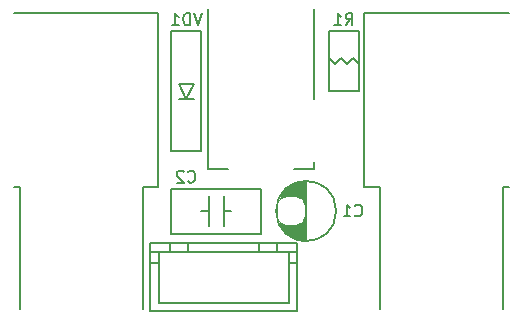
<source format=gbr>
G04 #@! TF.GenerationSoftware,KiCad,Pcbnew,5.1.6-c6e7f7d~87~ubuntu19.10.1*
G04 #@! TF.CreationDate,2022-01-09T06:03:03+06:00*
G04 #@! TF.ProjectId,1590N1_connector_board_r1,31353930-4e31-45f6-936f-6e6e6563746f,1A*
G04 #@! TF.SameCoordinates,Original*
G04 #@! TF.FileFunction,Legend,Bot*
G04 #@! TF.FilePolarity,Positive*
%FSLAX46Y46*%
G04 Gerber Fmt 4.6, Leading zero omitted, Abs format (unit mm)*
G04 Created by KiCad (PCBNEW 5.1.6-c6e7f7d~87~ubuntu19.10.1) date 2022-01-09 06:03:03*
%MOMM*%
%LPD*%
G01*
G04 APERTURE LIST*
%ADD10C,0.200000*%
%ADD11O,5.400000X3.400000*%
%ADD12O,3.400000X5.400000*%
%ADD13O,5.900000X3.400000*%
%ADD14R,2.300000X2.300000*%
%ADD15C,2.300000*%
%ADD16O,2.900000X4.400000*%
%ADD17O,3.100000X4.400000*%
%ADD18R,2.200000X2.000000*%
G04 APERTURE END LIST*
D10*
X109910000Y-149455000D02*
X109910000Y-135890000D01*
X100910000Y-149455000D02*
X100910000Y-135890000D01*
X100910000Y-149455000D02*
X109910000Y-149455000D01*
X98425000Y-143510000D02*
X99695000Y-143510000D01*
X99695000Y-142240000D02*
X99060000Y-143510000D01*
X98425000Y-142240000D02*
X99060000Y-143510000D01*
X98425000Y-142240000D02*
X99695000Y-142240000D01*
X97790000Y-147955000D02*
X100330000Y-147955000D01*
X97790000Y-137795000D02*
X100330000Y-137795000D01*
X100330000Y-137795000D02*
X100330000Y-147955000D01*
X97790000Y-137795000D02*
X97790000Y-147955000D01*
X106735000Y-155765000D02*
X106735000Y-156465000D01*
X97735000Y-155765000D02*
X97735000Y-156465000D01*
X108435000Y-156465000D02*
X96035000Y-156465000D01*
X96035000Y-155765000D02*
X96035000Y-161515000D01*
X107735000Y-156465000D02*
X107735000Y-160815000D01*
X108435000Y-155765000D02*
X108435000Y-161515000D01*
X96735000Y-157465000D02*
X96035000Y-157465000D01*
X96735000Y-156465000D02*
X96735000Y-160815000D01*
X107735000Y-160815000D02*
X96735000Y-160815000D01*
X105235000Y-155765000D02*
X105235000Y-156465000D01*
X108435000Y-157465000D02*
X107735000Y-157465000D01*
X99235000Y-155765000D02*
X99235000Y-156465000D01*
X108435000Y-161515000D02*
X96035000Y-161515000D01*
X108435000Y-155765000D02*
X96035000Y-155765000D01*
X95370000Y-161290000D02*
X95370000Y-151005000D01*
X84970000Y-161290000D02*
X84970000Y-151005000D01*
X84455000Y-136255000D02*
X96670000Y-136255000D01*
X84455000Y-151005000D02*
X84970000Y-151005000D01*
X95370000Y-151005000D02*
X96670000Y-151005000D01*
X96670000Y-151005000D02*
X96670000Y-136255000D01*
X125850000Y-161290000D02*
X125850000Y-151005000D01*
X115450000Y-161290000D02*
X115450000Y-151005000D01*
X114150000Y-136255000D02*
X126365000Y-136255000D01*
X114150000Y-151005000D02*
X115450000Y-151005000D01*
X125850000Y-151005000D02*
X126365000Y-151005000D01*
X114150000Y-151005000D02*
X114150000Y-136255000D01*
X112649000Y-140589000D02*
X113157000Y-140081000D01*
X113157000Y-140081000D02*
X113665000Y-140589000D01*
X112649000Y-140589000D02*
X112141000Y-140081000D01*
X112141000Y-140081000D02*
X111633000Y-140589000D01*
X111633000Y-140589000D02*
X111125000Y-140081000D01*
X111125000Y-142875000D02*
X111125000Y-137795000D01*
X113665000Y-142875000D02*
X113665000Y-137795000D01*
X113665000Y-137795000D02*
X111125000Y-137795000D01*
X113665000Y-142875000D02*
X111125000Y-142875000D01*
X97790000Y-154940000D02*
X105410000Y-154940000D01*
X97790000Y-151130000D02*
X105410000Y-151130000D01*
X97790000Y-154940000D02*
X97790000Y-151130000D01*
X105410000Y-154940000D02*
X105410000Y-151130000D01*
X100330000Y-153035000D02*
X100965000Y-153035000D01*
X102235000Y-153035000D02*
X102870000Y-153035000D01*
X100965000Y-154305000D02*
X100965000Y-151765000D01*
X102235000Y-154305000D02*
X102235000Y-151765000D01*
G36*
X109220000Y-150495000D02*
G01*
X108458000Y-150622000D01*
X107315000Y-151384000D01*
X106680000Y-153035000D01*
X107315000Y-154686000D01*
X108458000Y-155448000D01*
X109220000Y-155575000D01*
X109220000Y-150495000D01*
G37*
X109220000Y-150495000D02*
X108458000Y-150622000D01*
X107315000Y-151384000D01*
X106680000Y-153035000D01*
X107315000Y-154686000D01*
X108458000Y-155448000D01*
X109220000Y-155575000D01*
X109220000Y-150495000D01*
X111760000Y-153035000D02*
G75*
G03*
X111760000Y-153035000I-2540000J0D01*
G01*
X100369523Y-136294880D02*
X100036190Y-137294880D01*
X99702857Y-136294880D01*
X99369523Y-137294880D02*
X99369523Y-136294880D01*
X99131428Y-136294880D01*
X98988571Y-136342500D01*
X98893333Y-136437738D01*
X98845714Y-136532976D01*
X98798095Y-136723452D01*
X98798095Y-136866309D01*
X98845714Y-137056785D01*
X98893333Y-137152023D01*
X98988571Y-137247261D01*
X99131428Y-137294880D01*
X99369523Y-137294880D01*
X97845714Y-137294880D02*
X98417142Y-137294880D01*
X98131428Y-137294880D02*
X98131428Y-136294880D01*
X98226666Y-136437738D01*
X98321904Y-136532976D01*
X98417142Y-136580595D01*
X112561666Y-137294880D02*
X112895000Y-136818690D01*
X113133095Y-137294880D02*
X113133095Y-136294880D01*
X112752142Y-136294880D01*
X112656904Y-136342500D01*
X112609285Y-136390119D01*
X112561666Y-136485357D01*
X112561666Y-136628214D01*
X112609285Y-136723452D01*
X112656904Y-136771071D01*
X112752142Y-136818690D01*
X113133095Y-136818690D01*
X111609285Y-137294880D02*
X112180714Y-137294880D01*
X111895000Y-137294880D02*
X111895000Y-136294880D01*
X111990238Y-136437738D01*
X112085476Y-136532976D01*
X112180714Y-136580595D01*
X99226666Y-150534642D02*
X99274285Y-150582261D01*
X99417142Y-150629880D01*
X99512380Y-150629880D01*
X99655238Y-150582261D01*
X99750476Y-150487023D01*
X99798095Y-150391785D01*
X99845714Y-150201309D01*
X99845714Y-150058452D01*
X99798095Y-149867976D01*
X99750476Y-149772738D01*
X99655238Y-149677500D01*
X99512380Y-149629880D01*
X99417142Y-149629880D01*
X99274285Y-149677500D01*
X99226666Y-149725119D01*
X98845714Y-149725119D02*
X98798095Y-149677500D01*
X98702857Y-149629880D01*
X98464761Y-149629880D01*
X98369523Y-149677500D01*
X98321904Y-149725119D01*
X98274285Y-149820357D01*
X98274285Y-149915595D01*
X98321904Y-150058452D01*
X98893333Y-150629880D01*
X98274285Y-150629880D01*
X113350357Y-153392142D02*
X113397976Y-153439761D01*
X113540833Y-153487380D01*
X113636071Y-153487380D01*
X113778928Y-153439761D01*
X113874166Y-153344523D01*
X113921785Y-153249285D01*
X113969404Y-153058809D01*
X113969404Y-152915952D01*
X113921785Y-152725476D01*
X113874166Y-152630238D01*
X113778928Y-152535000D01*
X113636071Y-152487380D01*
X113540833Y-152487380D01*
X113397976Y-152535000D01*
X113350357Y-152582619D01*
X112397976Y-153487380D02*
X112969404Y-153487380D01*
X112683690Y-153487380D02*
X112683690Y-152487380D01*
X112778928Y-152630238D01*
X112874166Y-152725476D01*
X112969404Y-152773095D01*
%LPC*%
D11*
X105410000Y-142755000D03*
D12*
X110210000Y-146255000D03*
D13*
X105410000Y-148755000D03*
D14*
X99060000Y-146685000D03*
D15*
X99060000Y-139065000D03*
X105985000Y-158115000D03*
D14*
X103485000Y-158115000D03*
X100985000Y-158115000D03*
X98485000Y-158115000D03*
D16*
X87670000Y-157755000D03*
X92670000Y-157755000D03*
D17*
X90170000Y-142755000D03*
X120650000Y-142755000D03*
D16*
X123150000Y-157755000D03*
X118150000Y-157755000D03*
D18*
X112395000Y-141735000D03*
X112395000Y-138935000D03*
D14*
X99060000Y-153035000D03*
X104140000Y-153035000D03*
X110490000Y-157480000D03*
G36*
G01*
X109100000Y-152575000D02*
X109100000Y-153495000D01*
G75*
G02*
X108410000Y-154185000I-690000J0D01*
G01*
X107490000Y-154185000D01*
G75*
G02*
X106800000Y-153495000I0J690000D01*
G01*
X106800000Y-152575000D01*
G75*
G02*
X107490000Y-151885000I690000J0D01*
G01*
X108410000Y-151885000D01*
G75*
G02*
X109100000Y-152575000I0J-690000D01*
G01*
G37*
D15*
X110490000Y-153035000D03*
D14*
X113030000Y-157480000D03*
M02*

</source>
